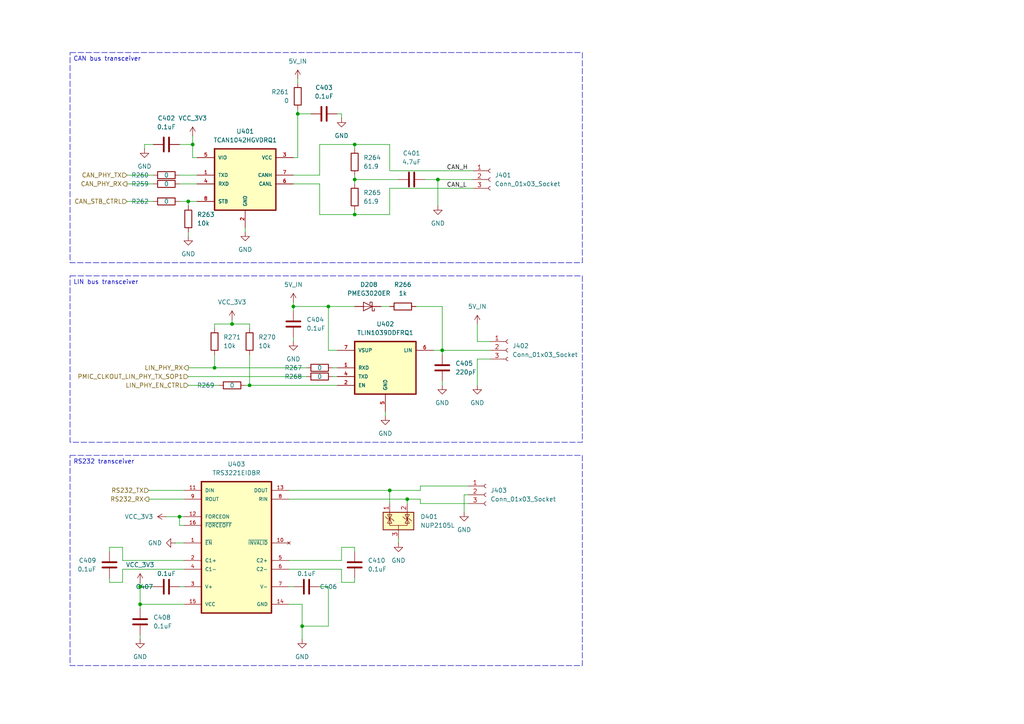
<source format=kicad_sch>
(kicad_sch (version 20250114) (generator "eeschema") (generator_version "9.0")
  (paper "A4")
  (title_block (title "Communication busses") (date "2025-04-13") (rev "V1.0") (company "Designer: EV"))
  (lib_symbols
    (symbol "Connector:Conn_01x03_Socket" (pin_names (offset 1.016) (hide yes))
      (property "Reference" "J" (at 0 5.08 0))
      (property "Value" "Conn_01x03_Socket" (at 0 -5.08 0))
      (symbol "Conn_01x03_Socket_1_1"
        (polyline (pts (xy -1.27 2.54) (xy -0.508 2.54)) (stroke (width 0.1524)))
        (polyline (pts (xy -1.27 0) (xy -0.508 0)) (stroke (width 0.1524)))
        (polyline (pts (xy -1.27 -2.54) (xy -0.508 -2.54)) (stroke (width 0.1524)))
        (arc (start 0 2.032) (mid -0.5058 2.54) (end 0 3.048) (stroke (width 0.1524)))
        (arc (start 0 -0.508) (mid -0.5058 0) (end 0 0.508) (stroke (width 0.1524)))
        (arc (start 0 -3.048) (mid -0.5058 -2.54) (end 0 -2.032) (stroke (width 0.1524)))
        (pin passive line (at -5.08 2.54 0) (length 3.81) (name "Pin_1") (number "1"))
        (pin passive line (at -5.08 0 0) (length 3.81) (name "Pin_2") (number "2"))
        (pin passive line (at -5.08 -2.54 0) (length 3.81) (name "Pin_3") (number "3"))
      )
    )
    (symbol "Device:C" (pin_numbers (hide yes)) (pin_names (offset 0.254))
      (property "Reference" "C" (at 0.635 2.54 0))
      (property "Value" "C" (at 0.635 -2.54 0))
      (symbol "C_0_1"
        (polyline (pts (xy -2.032 0.762) (xy 2.032 0.762)) (stroke (width 0.508)))
        (polyline (pts (xy -2.032 -0.762) (xy 2.032 -0.762)) (stroke (width 0.508)))
      )
      (symbol "C_1_1"
        (pin passive line (at 0 3.81 270) (length 2.794) (name "~") (number "1"))
        (pin passive line (at 0 -3.81 90) (length 2.794) (name "~") (number "2"))
      )
    )
    (symbol "Device:R" (pin_numbers (hide yes)) (pin_names (offset 0))
      (property "Reference" "R" (at 2.032 0 90))
      (property "Value" "R" (at 0 0 90))
      (symbol "R_0_1"
        (rectangle (start -1.016 -2.54) (end 1.016 2.54) (stroke (width 0.254)))
      )
      (symbol "R_1_1"
        (pin passive line (at 0 3.81 270) (length 1.27) (name "~") (number "1"))
        (pin passive line (at 0 -3.81 90) (length 1.27) (name "~") (number "2"))
      )
    )
    (symbol "Diode:PMEG3020ER" (pin_numbers (hide yes)) (pin_names (hide yes))
      (property "Reference" "D" (at 0 2.54 0))
      (property "Value" "PMEG3020ER" (at 0 -2.54 0))
      (symbol "PMEG3020ER_0_1"
        (polyline (pts (xy -1.905 0.635) (xy -1.905 1.27) (xy -1.27 1.27) (xy -1.27 -1.27) (xy -0.635 -1.27) (xy -0.635 -0.635)) (stroke (width 0.2032)))
        (polyline (pts (xy 1.27 1.27) (xy 1.27 -1.27) (xy -1.27 0) (xy 1.27 1.27)) (stroke (width 0.2032)))
        (polyline (pts (xy 1.27 0) (xy -1.27 0)))
      )
      (symbol "PMEG3020ER_1_1"
        (pin passive line (at -3.81 0 0) (length 2.54) (name "K") (number "1"))
        (pin passive line (at 3.81 0 180) (length 2.54) (name "A") (number "2"))
      )
    )
    (symbol "Power_Protection:NUP2105L" (pin_names (hide yes))
      (property "Reference" "D" (at 5.715 2.54 0))
      (property "Value" "NUP2105L" (at 5.715 0.635 0))
      (symbol "NUP2105L_0_0"
        (pin passive line (at 0 -5.08 90) (length 2.54) (name "A") (number "3"))
      )
      (symbol "NUP2105L_0_1"
        (rectangle (start -4.445 2.54) (end 4.445 -2.54) (stroke (width 0.254)) (fill (type background)))
        (polyline (pts (xy -3.81 1.27) (xy -3.175 0.635) (xy -1.905 0.635) (xy -1.27 0)))
        (polyline (pts (xy -2.54 2.54) (xy -2.54 0.635)))
        (polyline (pts (xy -2.54 0.635) (xy -2.54 -1.27) (xy 2.54 -1.27) (xy 2.54 0.635)))
        (polyline (pts (xy -2.54 0.635) (xy -1.905 -0.635) (xy -3.175 -0.635) (xy -2.54 0.635)))
        (polyline (pts (xy -2.54 0.635) (xy -3.175 1.905) (xy -1.905 1.905) (xy -2.54 0.635) (xy -2.54 1.27)))
        (polyline (pts (xy 0 -1.27) (xy 0 -2.54)))
        (polyline (pts (xy 1.27 1.27) (xy 1.905 0.635) (xy 2.54 0.635) (xy 3.175 0.635) (xy 3.81 0)))
        (polyline (pts (xy 2.54 2.54) (xy 2.54 0.635)))
        (polyline (pts (xy 2.54 0.635) (xy 1.905 -0.635) (xy 3.175 -0.635) (xy 2.54 0.635)))
        (polyline (pts (xy 2.54 0.635) (xy 3.175 1.905) (xy 1.905 1.905) (xy 2.54 0.635)))
      )
      (symbol "NUP2105L_1_1"
        (pin passive line (at -2.54 5.08 270) (length 2.54) (name "K") (number "1"))
        (pin passive line (at 2.54 5.08 270) (length 2.54) (name "K") (number "2"))
      )
    )
    (symbol "TCAN1042HGVDRQ1:TCAN1042HGVDRQ1" (pin_names (offset 1.016))
      (property "Reference" "U" (at 13.97 6.35 0))
      (property "Value" "TCAN1042HGVDRQ1" (at 13.97 3.81 0))
      (symbol "TCAN1042HGVDRQ1_0_0"
        (rectangle (start 5.08 2.54) (end 22.86 -15.24) (stroke (width 0.41)) (fill (type background)))
        (pin power_in line (at 0 0 0) (length 5.08) (name "VIO") (number "5"))
        (pin input line (at 0 -5.08 0) (length 5.08) (name "TXD") (number "1"))
        (pin output line (at 0 -7.62 0) (length 5.08) (name "RXD") (number "4"))
        (pin bidirectional line (at 0 -12.7 0) (length 5.08) (name "STB") (number "8"))
        (pin power_in line (at 13.97 -20.32 90) (length 5.08) (name "GND") (number "2"))
        (pin power_in line (at 27.94 0 180) (length 5.08) (name "VCC") (number "3"))
        (pin bidirectional line (at 27.94 -5.08 180) (length 5.08) (name "CANH") (number "7"))
        (pin bidirectional line (at 27.94 -7.62 180) (length 5.08) (name "CANL") (number "6"))
      )
    )
    (symbol "TLIN1039DDFRQ1:TLIN1039DDFRQ1" (pin_names (offset 1.016))
      (property "Reference" "U" (at 13.97 6.35 0))
      (property "Value" "TLIN1039DDFRQ1" (at 13.97 3.81 0))
      (symbol "TLIN1039DDFRQ1_0_0"
        (rectangle (start 5.08 2.54) (end 22.86 -12.7) (stroke (width 0.41)) (fill (type background)))
        (pin power_in line (at 0 0 0) (length 5.08) (name "VSUP") (number "7"))
        (pin output line (at 0 -5.08 0) (length 5.08) (name "RXD") (number "1"))
        (pin input line (at 0 -7.62 0) (length 5.08) (name "TXD") (number "4"))
        (pin input line (at 0 -10.16 0) (length 5.08) (name "EN") (number "2"))
        (pin power_in line (at 13.97 -17.78 90) (length 5.08) (name "GND") (number "5"))
        (pin bidirectional line (at 27.94 0 180) (length 5.08) (name "LIN") (number "6"))
      )
      (symbol "TLIN1039DDFRQ1_1_0"
        (pin no_connect line (at 27.94 -5.08 180) (length 5.08) (hide yes) (name "NC") (number "3"))
        (pin no_connect line (at 27.94 -7.62 180) (length 5.08) (hide yes) (name "NC") (number "8"))
      )
    )
    (symbol "TRS3221EIDBR:TRS3221EIDBR" (pin_names (offset 1.016))
      (property "Reference" "U" (at 15.24 6.35 0))
      (property "Value" "TRS3221EIDBR" (at 15.24 3.81 0))
      (symbol "TRS3221EIDBR_0_0"
        (rectangle (start 5.08 2.54) (end 25.4 -35.56) (stroke (width 0.4064)) (fill (type background)))
        (pin input line (at 0 0 0) (length 5.08) (name "DIN") (number "11"))
        (pin output line (at 0 -2.54 0) (length 5.08) (name "ROUT") (number "9"))
        (pin input line (at 0 -7.62 0) (length 5.08) (name "FORCEON") (number "12"))
        (pin input line (at 0 -20.32 0) (length 5.08) (name "C1+") (number "2"))
        (pin input line (at 0 -22.86 0) (length 5.08) (name "C1-") (number "4"))
        (pin input line (at 0 -27.94 0) (length 5.08) (name "V+") (number "3"))
        (pin power_in line (at 0 -33.02 0) (length 5.08) (name "VCC") (number "15"))
        (pin output line (at 30.48 0 180) (length 5.08) (name "DOUT") (number "13"))
        (pin input line (at 30.48 -2.54 180) (length 5.08) (name "RIN") (number "8"))
        (pin input line (at 30.48 -20.32 180) (length 5.08) (name "C2+") (number "5"))
        (pin input line (at 30.48 -22.86 180) (length 5.08) (name "C2-") (number "6"))
        (pin power_in line (at 30.48 -27.94 180) (length 5.08) (name "V-") (number "7"))
        (pin passive line (at 30.48 -33.02 180) (length 5.08) (name "GND") (number "14"))
      )
      (symbol "TRS3221EIDBR_1_0"
        (pin input line (at 0 -10.16 0) (length 5.08) (name "~{FORCEOFF}") (number "16"))
        (pin input line (at 0 -15.24 0) (length 5.08) (name "~{EN}") (number "1"))
        (pin no_connect line (at 30.48 -15.24 180) (length 5.08) (name "~{INVALID}") (number "10"))
      )
    )
    (symbol "power:GND" (power) (pin_numbers (hide yes)) (pin_names (offset 0) (hide yes))
      (property "Value" "GND" (at 0 -3.81 0))
      (symbol "GND_0_1"
        (polyline (pts (xy 0 0) (xy 0 -1.27) (xy 1.27 -1.27) (xy 0 -2.54) (xy -1.27 -1.27) (xy 0 -1.27)))
      )
      (symbol "GND_1_1"
        (pin power_in line (at 0 0 270) (length 0) (name "~") (number "1"))
      )
    )
    (symbol "power:VBUS" (power) (pin_numbers (hide yes)) (pin_names (offset 0) (hide yes))
      (property "Value" "VBUS" (at 0 3.556 0))
      (symbol "VBUS_0_1"
        (polyline (pts (xy -0.762 1.27) (xy 0 2.54)))
        (polyline (pts (xy 0 2.54) (xy 0.762 1.27)))
        (polyline (pts (xy 0 0) (xy 0 2.54)))
      )
      (symbol "VBUS_1_1"
        (pin power_in line (at 0 0 90) (length 0) (name "~") (number "1"))
      )
    )
  )
  (text_box "LIN bus transceiver" (at 20.32 80.01 0) (size 148.59 48.26) (margins 0.9525 0.9525 0.9525 0.9525) (stroke (width 0) (type dash)) (effects (font (size 1.27 1.27)) (justify left top)))
  (text_box "RS232 transceiver" (at 20.32 132.08 0) (size 148.59 60.96) (margins 0.9525 0.9525 0.9525 0.9525) (stroke (width 0) (type dash)) (effects (font (size 1.27 1.27)) (justify left top)))
  (text_box "CAN bus transceiver" (at 20.32 15.24 0) (size 148.59 60.96) (margins 0.9525 0.9525 0.9525 0.9525) (stroke (width 0) (type dash)) (effects (font (size 1.27 1.27)) (justify left top)))
  (junction (at 113.03 142.24))
  (junction (at 118.11 144.78))
  (junction (at 72.39 111.76))
  (junction (at 102.87 52.07))
  (junction (at 128.27 101.6))
  (junction (at 62.23 106.68))
  (junction (at 102.87 62.23))
  (junction (at 40.64 170.18))
  (junction (at 95.25 88.9))
  (junction (at 102.87 41.91))
  (junction (at 87.63 181.61))
  (junction (at 85.09 88.9))
  (junction (at 127 52.07))
  (junction (at 86.36 33.02))
  (junction (at 55.88 41.91))
  (junction (at 67.31 93.98))
  (junction (at 40.64 175.26))
  (junction (at 52.07 149.86))
  (junction (at 54.61 58.42))
  (wire (pts (xy 102.87 158.75) (xy 99.06 158.75)))
  (wire (pts (xy 138.43 104.14) (xy 138.43 111.76)))
  (wire (pts (xy 35.56 168.91) (xy 31.75 168.91)))
  (wire (pts (xy 87.63 175.26) (xy 87.63 181.61)))
  (wire (pts (xy 127 52.07) (xy 137.16 52.07)))
  (wire (pts (xy 115.57 52.07) (xy 102.87 52.07)))
  (wire (pts (xy 53.34 165.1) (xy 35.56 165.1)))
  (wire (pts (xy 138.43 99.06) (xy 142.24 99.06)))
  (wire (pts (xy 43.18 142.24) (xy 53.34 142.24)))
  (wire (pts (xy 121.92 144.78) (xy 118.11 144.78)))
  (wire (pts (xy 52.07 149.86) (xy 53.34 149.86)))
  (wire (pts (xy 54.61 67.31) (xy 54.61 68.58)))
  (wire (pts (xy 62.23 102.87) (xy 62.23 106.68)))
  (wire (pts (xy 99.06 165.1) (xy 99.06 168.91)))
  (wire (pts (xy 52.07 152.4) (xy 52.07 149.86)))
  (wire (pts (xy 128.27 110.49) (xy 128.27 111.76)))
  (wire (pts (xy 99.06 168.91) (xy 102.87 168.91)))
  (wire (pts (xy 71.12 66.04) (xy 71.12 67.31)))
  (wire (pts (xy 44.45 170.18) (xy 40.64 170.18)))
  (wire (pts (xy 40.64 168.91) (xy 40.64 170.18)))
  (wire (pts (xy 96.52 106.68) (xy 97.79 106.68)))
  (wire (pts (xy 85.09 88.9) (xy 95.25 88.9)))
  (wire (pts (xy 72.39 102.87) (xy 72.39 111.76)))
  (wire (pts (xy 127 52.07) (xy 127 59.69)))
  (wire (pts (xy 92.71 41.91) (xy 92.71 50.8)))
  (wire (pts (xy 72.39 95.25) (xy 72.39 93.98)))
  (wire (pts (xy 113.03 62.23) (xy 102.87 62.23)))
  (wire (pts (xy 53.34 152.4) (xy 52.07 152.4)))
  (wire (pts (xy 55.88 39.37) (xy 55.88 41.91)))
  (wire (pts (xy 135.89 146.05) (xy 121.92 146.05)))
  (wire (pts (xy 110.49 88.9) (xy 113.03 88.9)))
  (wire (pts (xy 102.87 62.23) (xy 102.87 60.96)))
  (wire (pts (xy 35.56 162.56) (xy 53.34 162.56)))
  (wire (pts (xy 62.23 106.68) (xy 88.9 106.68)))
  (wire (pts (xy 52.07 41.91) (xy 55.88 41.91)))
  (wire (pts (xy 113.03 142.24) (xy 113.03 146.05)))
  (wire (pts (xy 67.31 93.98) (xy 62.23 93.98)))
  (wire (pts (xy 72.39 111.76) (xy 97.79 111.76)))
  (wire (pts (xy 92.71 170.18) (xy 95.25 170.18)))
  (wire (pts (xy 35.56 165.1) (xy 35.56 168.91)))
  (wire (pts (xy 57.15 58.42) (xy 54.61 58.42)))
  (wire (pts (xy 121.92 146.05) (xy 121.92 144.78)))
  (wire (pts (xy 52.07 58.42) (xy 54.61 58.42)))
  (wire (pts (xy 102.87 41.91) (xy 102.87 43.18)))
  (wire (pts (xy 36.83 58.42) (xy 44.45 58.42)))
  (wire (pts (xy 86.36 33.02) (xy 86.36 45.72)))
  (wire (pts (xy 102.87 52.07) (xy 102.87 53.34)))
  (wire (pts (xy 54.61 111.76) (xy 63.5 111.76)))
  (wire (pts (xy 83.82 144.78) (xy 118.11 144.78)))
  (wire (pts (xy 55.88 45.72) (xy 57.15 45.72)))
  (wire (pts (xy 113.03 49.53) (xy 113.03 41.91)))
  (wire (pts (xy 87.63 185.42) (xy 87.63 181.61)))
  (wire (pts (xy 41.91 41.91) (xy 44.45 41.91)))
  (wire (pts (xy 102.87 168.91) (xy 102.87 167.64)))
  (wire (pts (xy 113.03 49.53) (xy 137.16 49.53)))
  (wire (pts (xy 85.09 90.17) (xy 85.09 88.9)))
  (wire (pts (xy 137.16 54.61) (xy 113.03 54.61)))
  (wire (pts (xy 92.71 50.8) (xy 85.09 50.8)))
  (wire (pts (xy 128.27 101.6) (xy 142.24 101.6)))
  (wire (pts (xy 62.23 93.98) (xy 62.23 95.25)))
  (wire (pts (xy 83.82 142.24) (xy 113.03 142.24)))
  (wire (pts (xy 134.62 148.59) (xy 134.62 143.51)))
  (wire (pts (xy 40.64 175.26) (xy 53.34 175.26)))
  (wire (pts (xy 83.82 175.26) (xy 87.63 175.26)))
  (wire (pts (xy 92.71 62.23) (xy 102.87 62.23)))
  (wire (pts (xy 96.52 109.22) (xy 97.79 109.22)))
  (wire (pts (xy 72.39 93.98) (xy 67.31 93.98)))
  (wire (pts (xy 54.61 109.22) (xy 88.9 109.22)))
  (wire (pts (xy 92.71 41.91) (xy 102.87 41.91)))
  (wire (pts (xy 31.75 167.64) (xy 31.75 168.91)))
  (wire (pts (xy 134.62 143.51) (xy 135.89 143.51)))
  (wire (pts (xy 92.71 53.34) (xy 92.71 62.23)))
  (wire (pts (xy 102.87 41.91) (xy 113.03 41.91)))
  (wire (pts (xy 31.75 160.02) (xy 31.75 158.75)))
  (wire (pts (xy 54.61 58.42) (xy 54.61 59.69)))
  (wire (pts (xy 31.75 158.75) (xy 35.56 158.75)))
  (wire (pts (xy 86.36 45.72) (xy 85.09 45.72)))
  (wire (pts (xy 118.11 144.78) (xy 118.11 146.05)))
  (wire (pts (xy 67.31 92.71) (xy 67.31 93.98)))
  (wire (pts (xy 99.06 33.02) (xy 99.06 34.29)))
  (wire (pts (xy 83.82 170.18) (xy 85.09 170.18)))
  (wire (pts (xy 135.89 140.97) (xy 121.92 140.97)))
  (wire (pts (xy 41.91 43.18) (xy 41.91 41.91)))
  (wire (pts (xy 97.79 33.02) (xy 99.06 33.02)))
  (wire (pts (xy 115.57 156.21) (xy 115.57 157.48)))
  (wire (pts (xy 121.92 140.97) (xy 121.92 142.24)))
  (wire (pts (xy 52.07 50.8) (xy 57.15 50.8)))
  (wire (pts (xy 95.25 88.9) (xy 102.87 88.9)))
  (wire (pts (xy 85.09 87.63) (xy 85.09 88.9)))
  (wire (pts (xy 40.64 184.15) (xy 40.64 185.42)))
  (wire (pts (xy 35.56 158.75) (xy 35.56 162.56)))
  (wire (pts (xy 43.18 144.78) (xy 53.34 144.78)))
  (wire (pts (xy 36.83 50.8) (xy 44.45 50.8)))
  (wire (pts (xy 120.65 88.9) (xy 128.27 88.9)))
  (wire (pts (xy 85.09 53.34) (xy 92.71 53.34)))
  (wire (pts (xy 86.36 22.86) (xy 86.36 24.13)))
  (wire (pts (xy 113.03 54.61) (xy 113.03 62.23)))
  (wire (pts (xy 71.12 111.76) (xy 72.39 111.76)))
  (wire (pts (xy 40.64 175.26) (xy 40.64 176.53)))
  (wire (pts (xy 53.34 170.18) (xy 52.07 170.18)))
  (wire (pts (xy 99.06 158.75) (xy 99.06 162.56)))
  (wire (pts (xy 55.88 41.91) (xy 55.88 45.72)))
  (wire (pts (xy 50.8 157.48) (xy 53.34 157.48)))
  (wire (pts (xy 52.07 53.34) (xy 57.15 53.34)))
  (wire (pts (xy 128.27 88.9) (xy 128.27 101.6)))
  (wire (pts (xy 102.87 50.8) (xy 102.87 52.07)))
  (wire (pts (xy 128.27 101.6) (xy 128.27 102.87)))
  (wire (pts (xy 36.83 53.34) (xy 44.45 53.34)))
  (wire (pts (xy 95.25 170.18) (xy 95.25 181.61)))
  (wire (pts (xy 40.64 170.18) (xy 40.64 175.26)))
  (wire (pts (xy 99.06 162.56) (xy 83.82 162.56)))
  (wire (pts (xy 83.82 165.1) (xy 99.06 165.1)))
  (wire (pts (xy 125.73 101.6) (xy 128.27 101.6)))
  (wire (pts (xy 48.26 149.86) (xy 52.07 149.86)))
  (wire (pts (xy 121.92 142.24) (xy 113.03 142.24)))
  (wire (pts (xy 85.09 97.79) (xy 85.09 99.06)))
  (wire (pts (xy 142.24 104.14) (xy 138.43 104.14)))
  (wire (pts (xy 111.76 119.38) (xy 111.76 120.65)))
  (wire (pts (xy 102.87 160.02) (xy 102.87 158.75)))
  (wire (pts (xy 123.19 52.07) (xy 127 52.07)))
  (wire (pts (xy 86.36 31.75) (xy 86.36 33.02)))
  (wire (pts (xy 87.63 181.61) (xy 95.25 181.61)))
  (wire (pts (xy 54.61 106.68) (xy 62.23 106.68)))
  (wire (pts (xy 138.43 93.98) (xy 138.43 99.06)))
  (wire (pts (xy 86.36 33.02) (xy 90.17 33.02)))
  (wire (pts (xy 95.25 88.9) (xy 95.25 101.6)))
  (wire (pts (xy 95.25 101.6) (xy 97.79 101.6)))
  (label "CAN_H" (at 129.54 49.53 0))
  (label "CAN_L" (at 129.54 54.61 0))
  (hierarchical_label "RS232_TX" (shape input) (at 43.18 142.24 180))
  (hierarchical_label "LIN_PHY_EN_CTRL" (shape input) (at 54.61 111.76 180))
  (hierarchical_label "RS232_RX" (shape output) (at 43.18 144.78 180))
  (hierarchical_label "LIN_PHY_RX" (shape output) (at 54.61 106.68 180))
  (hierarchical_label "PMIC_CLKOUT_LIN_PHY_TX_SOP1" (shape input) (at 54.61 109.22 180))
  (hierarchical_label "CAN_PHY_TX" (shape input) (at 36.83 50.8 180))
  (hierarchical_label "CAN_STB_CTRL" (shape input) (at 36.83 58.42 180))
  (hierarchical_label "CAN_PHY_RX" (shape output) (at 36.83 53.34 180))
  (symbol (lib_id "power:GND") (at 127 59.69 0) (unit 1)
    (property "Reference" "#PWR0347" (effects (hide yes)))
    (property "Value" "GND" (at 127 64.77 0))
    (property "Description" "Power symbol creates a global label with name \"GND\" , ground" (effects (hide yes)))
  )
  (symbol (lib_id "power:GND") (at 115.57 157.48 0) (unit 1)
    (property "Reference" "#PWR0360" (effects (hide yes)))
    (property "Value" "GND" (at 115.57 162.56 0))
    (property "Description" "Power symbol creates a global label with name \"GND\" , ground" (effects (hide yes)))
  )
  (symbol (lib_id "Device:C") (at 48.26 41.91 90) (unit 1)
    (property "Reference" "C402" (at 48.26 34.29 90))
    (property "Value" "0.1uF" (at 48.26 36.83 90))
    (property "Description" "Unpolarized capacitor" (effects (hide yes)))
  )
  (symbol (lib_id "power:GND") (at 41.91 43.18 0) (unit 1)
    (property "Reference" "#PWR0343" (effects (hide yes)))
    (property "Value" "GND" (at 41.91 48.26 0))
    (property "Description" "Power symbol creates a global label with name \"GND\" , ground" (effects (hide yes)))
  )
  (symbol (lib_id "power:GND") (at 54.61 68.58 0) (unit 1)
    (property "Reference" "#PWR0346" (effects (hide yes)))
    (property "Value" "GND" (at 54.61 73.66 0))
    (property "Description" "Power symbol creates a global label with name \"GND\" , ground" (effects (hide yes)))
  )
  (symbol (lib_id "Device:C") (at 128.27 106.68 180) (unit 1)
    (property "Reference" "C405" (at 132.08 105.4099 0) (effects (justify right)))
    (property "Value" "220pF" (at 132.08 107.9499 0) (effects (justify right)))
    (property "Description" "Unpolarized capacitor" (effects (hide yes)))
  )
  (symbol (lib_id "TLIN1039DDFRQ1:TLIN1039DDFRQ1") (at 97.79 101.6 0) (unit 1)
    (property "Reference" "U402" (at 111.76 93.98 0))
    (property "Value" "TLIN1039DDFRQ1" (at 111.76 96.52 0))
    (property "Footprint" "TLIN1039DDFRQ1:SOT65P280X110-8N" (effects (hide yes)))
    (property "MF" "Texas Instruments" (effects (hide yes)))
    (property "Description_1" "Local interconnect network (LIN) transceiver with dominant state timeout" (effects (hide yes)))
    (property "Package" "SOT-23-THN-8 Texas Instruments" (effects (hide yes)))
    (property "Price" "None" (effects (hide yes)))
    (property "Check_prices" "https://www.snapeda.com/parts/TLIN1039DDFRQ1/Texas+Instruments/view-part/?ref=eda" (effects (hide yes)))
    (property "SnapEDA_Link" "https://www.snapeda.com/parts/TLIN1039DDFRQ1/Texas+Instruments/view-part/?ref=snap" (effects (hide yes)))
    (property "MP" "TLIN1039DDFRQ1" (effects (hide yes)))
    (property "Availability" "In Stock" (effects (hide yes)))
    (property "Manufacturer" "Texas Instruments" (effects (hide yes)))
  )
  (symbol (lib_id "Device:R") (at 48.26 53.34 90) (mirror x) (unit 1)
    (property "Reference" "R259" (at 40.64 53.34 90))
    (property "Value" "0" (at 48.26 53.34 90))
    (property "Description" "Resistor" (effects (hide yes)))
  )
  (symbol (lib_id "Device:C") (at 40.64 180.34 180) (unit 1)
    (property "Reference" "C408" (at 44.45 179.0699 0) (effects (justify right)))
    (property "Value" "0.1uF" (at 44.45 181.6099 0) (effects (justify right)))
    (property "Description" "Unpolarized capacitor" (effects (hide yes)))
  )
  (symbol (lib_id "power:GND") (at 128.27 111.76 0) (unit 1)
    (property "Reference" "#PWR0351" (effects (hide yes)))
    (property "Value" "GND" (at 128.27 116.84 0))
    (property "Description" "Power symbol creates a global label with name \"GND\" , ground" (effects (hide yes)))
  )
  (symbol (lib_id "Device:R") (at 102.87 57.15 180) (unit 1)
    (property "Reference" "R265" (at 105.41 55.8799 0) (effects (justify right)))
    (property "Value" "61.9" (at 105.41 58.4199 0) (effects (justify right)))
    (property "Description" "Resistor" (effects (hide yes)))
  )
  (symbol (lib_id "TRS3221EIDBR:TRS3221EIDBR") (at 53.34 142.24 0) (unit 1)
    (property "Reference" "U403" (at 68.58 134.62 0))
    (property "Value" "TRS3221EIDBR" (at 68.58 137.16 0))
    (property "Footprint" "TRS3221EIDBR:SOP65P780X200-16N" (effects (hide yes)))
    (property "MF" "Texas Instruments" (effects (hide yes)))
    (property "Description_1" "3- to 5.5-V single channel 250kbps RS-232 line driver/receiver with +/-15-kV IEC-ESD protection" (effects (hide yes)))
    (property "PACKAGE" "SSOP-16" (effects (hide yes)))
    (property "MPN" "TRS3221EIDBR" (effects (hide yes)))
    (property "Price" "None" (effects (hide yes)))
    (property "Package" "SSOP-16 Texas Instruments" (effects (hide yes)))
    (property "OC_FARNELL" "1755593" (effects (hide yes)))
    (property "SnapEDA_Link" "https://www.snapeda.com/parts/TRS3221EIDBR/Texas+Instruments/view-part/?ref=snap" (effects (hide yes)))
    (property "MP" "TRS3221EIDBR" (effects (hide yes)))
    (property "SUPPLIER" "TEXAS INSTRUMENTS" (effects (hide yes)))
    (property "OC_NEWARK" "41M6154" (effects (hide yes)))
    (property "Availability" "In Stock" (effects (hide yes)))
    (property "Check_prices" "https://www.snapeda.com/parts/TRS3221EIDBR/Texas+Instruments/view-part/?ref=eda" (effects (hide yes)))
  )
  (symbol (lib_id "power:GND") (at 71.12 67.31 0) (unit 1)
    (property "Reference" "#PWR0345" (effects (hide yes)))
    (property "Value" "GND" (at 71.12 72.39 0))
    (property "Description" "Power symbol creates a global label with name \"GND\" , ground" (effects (hide yes)))
  )
  (symbol (lib_id "Power_Protection:NUP2105L") (at 115.57 151.13 0) (unit 1)
    (property "Reference" "D401" (at 121.92 149.8599 0) (effects (justify left)))
    (property "Value" "NUP2105L" (at 121.92 152.3999 0) (effects (justify left)))
    (property "Footprint" "Package_TO_SOT_SMD:SOT-23" (effects (hide yes)))
    (property "Datasheet" "https://www.onsemi.com/pub_link/Collateral/NUP2105L-D.PDF" (effects (hide yes)))
    (property "Description" "Dual Line CAN Bus Protector, 24Vrwm" (effects (hide yes)))
  )
  (symbol (lib_id "Device:C") (at 93.98 33.02 90) (unit 1)
    (property "Reference" "C403" (at 93.98 25.4 90))
    (property "Value" "0.1uF" (at 93.98 27.94 90))
    (property "Description" "Unpolarized capacitor" (effects (hide yes)))
  )
  (symbol (lib_id "Connector:Conn_01x03_Socket") (at 147.32 101.6 0) (unit 1)
    (property "Reference" "J402" (at 148.59 100.3299 0) (effects (justify left)))
    (property "Value" "Conn_01x03_Socket" (at 148.59 102.8699 0) (effects (justify left)))
    (property "Description" "Generic connector, single row, 01x03, script generated" (effects (hide yes)))
  )
  (symbol (lib_id "power:GND") (at 111.76 120.65 0) (unit 1)
    (property "Reference" "#PWR0350" (effects (hide yes)))
    (property "Value" "GND" (at 111.76 125.73 0))
    (property "Description" "Power symbol creates a global label with name \"GND\" , ground" (effects (hide yes)))
  )
  (symbol (lib_id "power:VBUS") (at 86.36 22.86 0) (unit 1)
    (property "Reference" "#PWR0342" (effects (hide yes)))
    (property "Value" "5V_IN" (at 86.36 17.78 0))
    (property "Description" "Power symbol creates a global label with name \"VBUS\"" (effects (hide yes)))
  )
  (symbol (lib_id "Device:C") (at 88.9 170.18 270) (unit 1)
    (property "Reference" "C406" (at 95.25 170.18 90))
    (property "Value" "0.1uF" (at 88.9 166.37 90))
    (property "Description" "Unpolarized capacitor" (effects (hide yes)))
  )
  (symbol (lib_id "Device:C") (at 119.38 52.07 90) (unit 1)
    (property "Reference" "C401" (at 119.38 44.45 90))
    (property "Value" "4.7uF" (at 119.38 46.99 90))
    (property "Description" "Unpolarized capacitor" (effects (hide yes)))
  )
  (symbol (lib_id "power:GND") (at 134.62 148.59 0) (unit 1)
    (property "Reference" "#PWR0361" (effects (hide yes)))
    (property "Value" "GND" (at 134.62 153.67 0))
    (property "Description" "Power symbol creates a global label with name \"GND\" , ground" (effects (hide yes)))
  )
  (symbol (lib_id "Device:R") (at 72.39 99.06 180) (unit 1)
    (property "Reference" "R270" (at 74.93 97.7899 0) (effects (justify right)))
    (property "Value" "10k" (at 74.93 100.3299 0) (effects (justify right)))
    (property "Description" "Resistor" (effects (hide yes)))
  )
  (symbol (lib_id "Device:C") (at 48.26 170.18 270) (unit 1)
    (property "Reference" "C407" (at 41.91 170.18 90))
    (property "Value" "0.1uF" (at 48.26 166.37 90))
    (property "Description" "Unpolarized capacitor" (effects (hide yes)))
  )
  (symbol (lib_id "Device:R") (at 67.31 111.76 90) (mirror x) (unit 1)
    (property "Reference" "R269" (at 59.69 111.76 90))
    (property "Value" "0" (at 67.31 111.76 90))
    (property "Description" "Resistor" (effects (hide yes)))
  )
  (symbol (lib_id "power:VBUS") (at 55.88 39.37 0) (unit 1)
    (property "Reference" "#PWR0341" (effects (hide yes)))
    (property "Value" "VCC_3V3" (at 55.88 34.29 0))
    (property "Description" "Power symbol creates a global label with name \"VBUS\"" (effects (hide yes)))
  )
  (symbol (lib_id "power:VBUS") (at 67.31 92.71 0) (unit 1)
    (property "Reference" "#PWR0354" (effects (hide yes)))
    (property "Value" "VCC_3V3" (at 67.31 87.63 0))
    (property "Description" "Power symbol creates a global label with name \"VBUS\"" (effects (hide yes)))
  )
  (symbol (lib_id "TCAN1042HGVDRQ1:TCAN1042HGVDRQ1") (at 57.15 45.72 0) (unit 1)
    (property "Reference" "U401" (at 71.12 38.1 0))
    (property "Value" "TCAN1042HGVDRQ1" (at 71.12 40.64 0))
    (property "Footprint" "TCAN1042HGVDRQ1:SOIC127P599X175-8N" (effects (hide yes)))
    (property "MF" "Texas Instruments" (effects (hide yes)))
    (property "Description_1" "Automotive Fault Protected CAN Transceiver With Flexible Data-Rate" (effects (hide yes)))
    (property "Package" "SOIC-8 Texas Instruments" (effects (hide yes)))
    (property "Price" "None" (effects (hide yes)))
    (property "SnapEDA_Link" "https://www.snapeda.com/parts/TCAN1042HGVDRQ1/Texas+Instruments/view-part/?ref=snap" (effects (hide yes)))
    (property "MP" "TCAN1042HGVDRQ1" (effects (hide yes)))
    (property "Availability" "In Stock" (effects (hide yes)))
    (property "Check_prices" "https://www.snapeda.com/parts/TCAN1042HGVDRQ1/Texas+Instruments/view-part/?ref=eda" (effects (hide yes)))
  )
  (symbol (lib_id "power:VBUS") (at 85.09 87.63 0) (unit 1)
    (property "Reference" "#PWR0349" (effects (hide yes)))
    (property "Value" "5V_IN" (at 85.09 82.55 0))
    (property "Description" "Power symbol creates a global label with name \"VBUS\"" (effects (hide yes)))
  )
  (symbol (lib_id "power:GND") (at 87.63 185.42 0) (unit 1)
    (property "Reference" "#PWR0355" (effects (hide yes)))
    (property "Value" "GND" (at 87.63 190.5 0))
    (property "Description" "Power symbol creates a global label with name \"GND\" , ground" (effects (hide yes)))
  )
  (symbol (lib_id "power:VBUS") (at 138.43 93.98 0) (unit 1)
    (property "Reference" "#PWR0353" (effects (hide yes)))
    (property "Value" "5V_IN" (at 138.43 88.9 0))
    (property "Description" "Power symbol creates a global label with name \"VBUS\"" (effects (hide yes)))
  )
  (symbol (lib_id "Device:R") (at 54.61 63.5 180) (unit 1)
    (property "Reference" "R263" (at 57.15 62.2299 0) (effects (justify right)))
    (property "Value" "10k" (at 57.15 64.7699 0) (effects (justify right)))
    (property "Description" "Resistor" (effects (hide yes)))
  )
  (symbol (lib_id "Device:R") (at 48.26 58.42 90) (unit 1)
    (property "Reference" "R262" (at 40.64 58.42 90))
    (property "Value" "0" (at 48.26 58.42 90))
    (property "Description" "Resistor" (effects (hide yes)))
  )
  (symbol (lib_id "Diode:PMEG3020ER") (at 106.68 88.9 180) (unit 1)
    (property "Reference" "D208" (at 106.9975 82.55 0))
    (property "Value" "PMEG3020ER" (at 106.9975 85.09 0))
    (property "Footprint" "Diode_SMD:Nexperia_CFP3_SOD-123W" (effects (hide yes)))
    (property "Datasheet" "https://assets.nexperia.com/documents/data-sheet/PMEG3020ER.pdf" (effects (hide yes)))
    (property "Description" "30V, 2A low Vf MEGA Schottky barrier rectifier, SOD-123W" (effects (hide yes)))
  )
  (symbol (lib_id "power:VBUS") (at 40.64 168.91 0) (unit 1)
    (property "Reference" "#PWR0357" (effects (hide yes)))
    (property "Value" "VCC_3V3" (at 40.64 163.83 0))
    (property "Description" "Power symbol creates a global label with name \"VBUS\"" (effects (hide yes)))
  )
  (symbol (lib_id "Device:R") (at 102.87 46.99 180) (unit 1)
    (property "Reference" "R264" (at 105.41 45.7199 0) (effects (justify right)))
    (property "Value" "61.9" (at 105.41 48.2599 0) (effects (justify right)))
    (property "Description" "Resistor" (effects (hide yes)))
  )
  (symbol (lib_id "Connector:Conn_01x03_Socket") (at 140.97 143.51 0) (unit 1)
    (property "Reference" "J403" (at 142.24 142.2399 0) (effects (justify left)))
    (property "Value" "Conn_01x03_Socket" (at 142.24 144.7799 0) (effects (justify left)))
    (property "Description" "Generic connector, single row, 01x03, script generated" (effects (hide yes)))
  )
  (symbol (lib_id "power:GND") (at 40.64 185.42 0) (unit 1)
    (property "Reference" "#PWR0356" (effects (hide yes)))
    (property "Value" "GND" (at 40.64 190.5 0))
    (property "Description" "Power symbol creates a global label with name \"GND\" , ground" (effects (hide yes)))
  )
  (symbol (lib_id "power:GND") (at 99.06 34.29 0) (unit 1)
    (property "Reference" "#PWR0344" (effects (hide yes)))
    (property "Value" "GND" (at 99.06 39.37 0))
    (property "Description" "Power symbol creates a global label with name \"GND\" , ground" (effects (hide yes)))
  )
  (symbol (lib_id "Device:R") (at 48.26 50.8 90) (mirror x) (unit 1)
    (property "Reference" "R260" (at 40.64 50.8 90))
    (property "Value" "0" (at 48.26 50.8 90))
    (property "Description" "Resistor" (effects (hide yes)))
  )
  (symbol (lib_id "power:GND") (at 50.8 157.48 270) (unit 1)
    (property "Reference" "#PWR0358" (effects (hide yes)))
    (property "Value" "GND" (at 46.99 157.4799 90) (effects (justify right)))
    (property "Description" "Power symbol creates a global label with name \"GND\" , ground" (effects (hide yes)))
  )
  (symbol (lib_id "Device:C") (at 85.09 93.98 180) (unit 1)
    (property "Reference" "C404" (at 88.9 92.7099 0) (effects (justify right)))
    (property "Value" "0.1uF" (at 88.9 95.2499 0) (effects (justify right)))
    (property "Description" "Unpolarized capacitor" (effects (hide yes)))
  )
  (symbol (lib_id "Device:R") (at 116.84 88.9 270) (unit 1)
    (property "Reference" "R266" (at 116.84 82.55 90))
    (property "Value" "1k" (at 116.84 85.09 90))
    (property "Description" "Resistor" (effects (hide yes)))
  )
  (symbol (lib_id "power:GND") (at 138.43 111.76 0) (unit 1)
    (property "Reference" "#PWR0352" (effects (hide yes)))
    (property "Value" "GND" (at 138.43 116.84 0))
    (property "Description" "Power symbol creates a global label with name \"GND\" , ground" (effects (hide yes)))
  )
  (symbol (lib_id "Device:R") (at 92.71 106.68 90) (mirror x) (unit 1)
    (property "Reference" "R267" (at 85.09 106.68 90))
    (property "Value" "0" (at 92.71 106.68 90))
    (property "Description" "Resistor" (effects (hide yes)))
  )
  (symbol (lib_id "power:VBUS") (at 48.26 149.86 90) (unit 1)
    (property "Reference" "#PWR0359" (effects (hide yes)))
    (property "Value" "VCC_3V3" (at 44.45 149.8599 90) (effects (justify left)))
    (property "Description" "Power symbol creates a global label with name \"VBUS\"" (effects (hide yes)))
  )
  (symbol (lib_id "Device:C") (at 31.75 163.83 0) (mirror y) (unit 1)
    (property "Reference" "C409" (at 27.94 162.5599 0) (effects (justify left)))
    (property "Value" "0.1uF" (at 27.94 165.0999 0) (effects (justify left)))
    (property "Description" "Unpolarized capacitor" (effects (hide yes)))
  )
  (symbol (lib_id "Connector:Conn_01x03_Socket") (at 142.24 52.07 0) (unit 1)
    (property "Reference" "J401" (at 143.51 50.7999 0) (effects (justify left)))
    (property "Value" "Conn_01x03_Socket" (at 143.51 53.3399 0) (effects (justify left)))
    (property "Description" "Generic connector, single row, 01x03, script generated" (effects (hide yes)))
  )
  (symbol (lib_id "Device:C") (at 102.87 163.83 0) (unit 1)
    (property "Reference" "C410" (at 106.68 162.5599 0) (effects (justify left)))
    (property "Value" "0.1uF" (at 106.68 165.0999 0) (effects (justify left)))
    (property "Description" "Unpolarized capacitor" (effects (hide yes)))
  )
  (symbol (lib_id "Device:R") (at 62.23 99.06 180) (unit 1)
    (property "Reference" "R271" (at 64.77 97.7899 0) (effects (justify right)))
    (property "Value" "10k" (at 64.77 100.3299 0) (effects (justify right)))
    (property "Description" "Resistor" (effects (hide yes)))
  )
  (symbol (lib_id "Device:R") (at 86.36 27.94 0) (mirror x) (unit 1)
    (property "Reference" "R261" (at 83.82 26.6699 0) (effects (justify right)))
    (property "Value" "0" (at 83.82 29.2099 0) (effects (justify right)))
    (property "Description" "Resistor" (effects (hide yes)))
  )
  (symbol (lib_id "power:GND") (at 85.09 99.06 0) (unit 1)
    (property "Reference" "#PWR0348" (effects (hide yes)))
    (property "Value" "GND" (at 85.09 104.14 0))
    (property "Description" "Power symbol creates a global label with name \"GND\" , ground" (effects (hide yes)))
  )
  (symbol (lib_id "Device:R") (at 92.71 109.22 90) (mirror x) (unit 1)
    (property "Reference" "R268" (at 85.09 109.22 90))
    (property "Value" "0" (at 92.71 109.22 90))
    (property "Description" "Resistor" (effects (hide yes)))
  )
)
</source>
